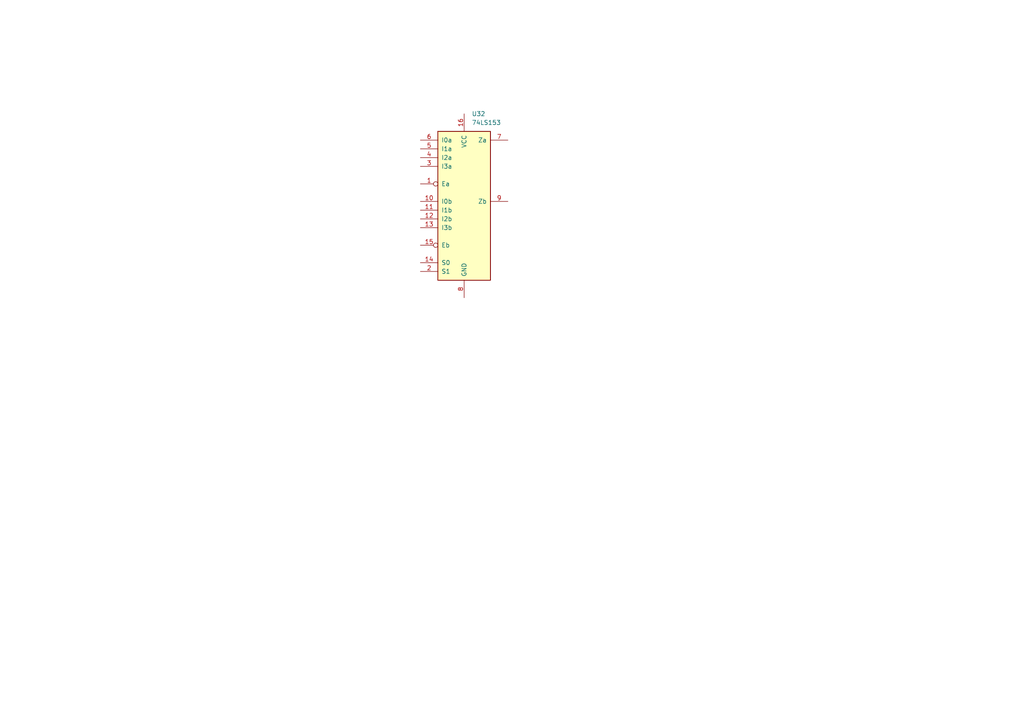
<source format=kicad_sch>
(kicad_sch (version 20230121) (generator eeschema)

  (uuid 2793d364-30a0-416b-b80b-6a3c4ba36152)

  (paper "A4")

  (lib_symbols
    (symbol "74xx:74LS153" (pin_names (offset 1.016)) (in_bom yes) (on_board yes)
      (property "Reference" "U" (at -7.62 21.59 0)
        (effects (font (size 1.27 1.27)))
      )
      (property "Value" "74LS153" (at -7.62 -24.13 0)
        (effects (font (size 1.27 1.27)))
      )
      (property "Footprint" "" (at 0 0 0)
        (effects (font (size 1.27 1.27)) hide)
      )
      (property "Datasheet" "http://www.ti.com/lit/gpn/sn74LS153" (at 0 0 0)
        (effects (font (size 1.27 1.27)) hide)
      )
      (property "ki_locked" "" (at 0 0 0)
        (effects (font (size 1.27 1.27)))
      )
      (property "ki_keywords" "TTL Mux4" (at 0 0 0)
        (effects (font (size 1.27 1.27)) hide)
      )
      (property "ki_description" "Dual Multiplexer 4 to 1" (at 0 0 0)
        (effects (font (size 1.27 1.27)) hide)
      )
      (property "ki_fp_filters" "DIP?16*" (at 0 0 0)
        (effects (font (size 1.27 1.27)) hide)
      )
      (symbol "74LS153_1_0"
        (pin input inverted (at -12.7 5.08 0) (length 5.08)
          (name "Ea" (effects (font (size 1.27 1.27))))
          (number "1" (effects (font (size 1.27 1.27))))
        )
        (pin input line (at -12.7 0 0) (length 5.08)
          (name "I0b" (effects (font (size 1.27 1.27))))
          (number "10" (effects (font (size 1.27 1.27))))
        )
        (pin input line (at -12.7 -2.54 0) (length 5.08)
          (name "I1b" (effects (font (size 1.27 1.27))))
          (number "11" (effects (font (size 1.27 1.27))))
        )
        (pin input line (at -12.7 -5.08 0) (length 5.08)
          (name "I2b" (effects (font (size 1.27 1.27))))
          (number "12" (effects (font (size 1.27 1.27))))
        )
        (pin input line (at -12.7 -7.62 0) (length 5.08)
          (name "I3b" (effects (font (size 1.27 1.27))))
          (number "13" (effects (font (size 1.27 1.27))))
        )
        (pin input line (at -12.7 -17.78 0) (length 5.08)
          (name "S0" (effects (font (size 1.27 1.27))))
          (number "14" (effects (font (size 1.27 1.27))))
        )
        (pin input inverted (at -12.7 -12.7 0) (length 5.08)
          (name "Eb" (effects (font (size 1.27 1.27))))
          (number "15" (effects (font (size 1.27 1.27))))
        )
        (pin power_in line (at 0 25.4 270) (length 5.08)
          (name "VCC" (effects (font (size 1.27 1.27))))
          (number "16" (effects (font (size 1.27 1.27))))
        )
        (pin input line (at -12.7 -20.32 0) (length 5.08)
          (name "S1" (effects (font (size 1.27 1.27))))
          (number "2" (effects (font (size 1.27 1.27))))
        )
        (pin input line (at -12.7 10.16 0) (length 5.08)
          (name "I3a" (effects (font (size 1.27 1.27))))
          (number "3" (effects (font (size 1.27 1.27))))
        )
        (pin input line (at -12.7 12.7 0) (length 5.08)
          (name "I2a" (effects (font (size 1.27 1.27))))
          (number "4" (effects (font (size 1.27 1.27))))
        )
        (pin input line (at -12.7 15.24 0) (length 5.08)
          (name "I1a" (effects (font (size 1.27 1.27))))
          (number "5" (effects (font (size 1.27 1.27))))
        )
        (pin input line (at -12.7 17.78 0) (length 5.08)
          (name "I0a" (effects (font (size 1.27 1.27))))
          (number "6" (effects (font (size 1.27 1.27))))
        )
        (pin output line (at 12.7 17.78 180) (length 5.08)
          (name "Za" (effects (font (size 1.27 1.27))))
          (number "7" (effects (font (size 1.27 1.27))))
        )
        (pin power_in line (at 0 -27.94 90) (length 5.08)
          (name "GND" (effects (font (size 1.27 1.27))))
          (number "8" (effects (font (size 1.27 1.27))))
        )
        (pin output line (at 12.7 0 180) (length 5.08)
          (name "Zb" (effects (font (size 1.27 1.27))))
          (number "9" (effects (font (size 1.27 1.27))))
        )
      )
      (symbol "74LS153_1_1"
        (rectangle (start -7.62 20.32) (end 7.62 -22.86)
          (stroke (width 0.254) (type default))
          (fill (type background))
        )
      )
    )
  )


  (symbol (lib_id "74xx:74LS153") (at 134.62 58.42 0) (unit 1)
    (in_bom yes) (on_board yes) (dnp no) (fields_autoplaced)
    (uuid 6b452a6a-00ff-4ff3-9af2-a35d33edf9ba)
    (property "Reference" "U32" (at 136.8141 33.02 0)
      (effects (font (size 1.27 1.27)) (justify left))
    )
    (property "Value" "74LS153" (at 136.8141 35.56 0)
      (effects (font (size 1.27 1.27)) (justify left))
    )
    (property "Footprint" "Package_SO:SOIC-16_3.9x9.9mm_P1.27mm" (at 134.62 58.42 0)
      (effects (font (size 1.27 1.27)) hide)
    )
    (property "Datasheet" "http://www.ti.com/lit/gpn/sn74LS153" (at 134.62 58.42 0)
      (effects (font (size 1.27 1.27)) hide)
    )
    (property "JLCPCB Part #" "C53334" (at 134.62 58.42 0)
      (effects (font (size 1.27 1.27)) hide)
    )
    (property "Part Nr." "74HC153D" (at 134.62 58.42 0)
      (effects (font (size 1.27 1.27)) hide)
    )
    (pin "1" (uuid f47a0d1e-d8a1-455e-b1d7-42916de4f326))
    (pin "10" (uuid f44c6ecf-978b-4aff-ac1c-3f80f2e5298d))
    (pin "11" (uuid 67bd5311-9884-40ec-ab66-708d12f11c6f))
    (pin "12" (uuid 8ce1737c-0fea-4e95-9201-a67e73fd0caa))
    (pin "13" (uuid d35c8ce5-7a3b-4e3e-bfb8-81a5628aac5a))
    (pin "14" (uuid 5f208f58-74a5-49ee-beda-dc65396d6c27))
    (pin "15" (uuid d76208b0-b79e-4d28-b111-9baa39fcdb2d))
    (pin "16" (uuid 933a433e-f384-4e47-a639-c948353d750c))
    (pin "2" (uuid 4459cd59-6391-4dbf-a498-f1ab66af9717))
    (pin "3" (uuid 8a71c587-d61e-41ff-9a4c-d298ef8c04d5))
    (pin "4" (uuid a753c72f-998d-46c8-a710-339bca92481a))
    (pin "5" (uuid 1120d870-73f7-4980-b53c-acb8c7e10dd8))
    (pin "6" (uuid 88b6166d-d2f2-4fcd-b309-6c27e5a1bb0d))
    (pin "7" (uuid 6d5e5957-7a2b-41f5-b78f-42d625ca0621))
    (pin "8" (uuid c5792a6c-724d-4381-88e4-4c667a1a61e1))
    (pin "9" (uuid 5e883693-8b55-4950-a16e-94b86dade38a))
    (instances
      (project "myFPGA-CLB-slice"
        (path "/2d29d97f-956a-4594-9321-3d88807a498d/f7006967-44fd-4ee1-83ff-dc16f28634bd"
          (reference "U32") (unit 1)
        )
        (path "/2d29d97f-956a-4594-9321-3d88807a498d/f7006967-44fd-4ee1-83ff-dc16f28634bd/d86e7f51-ecfc-470a-b51f-c277b16b895d"
          (reference "U32") (unit 1)
        )
      )
    )
  )
)

</source>
